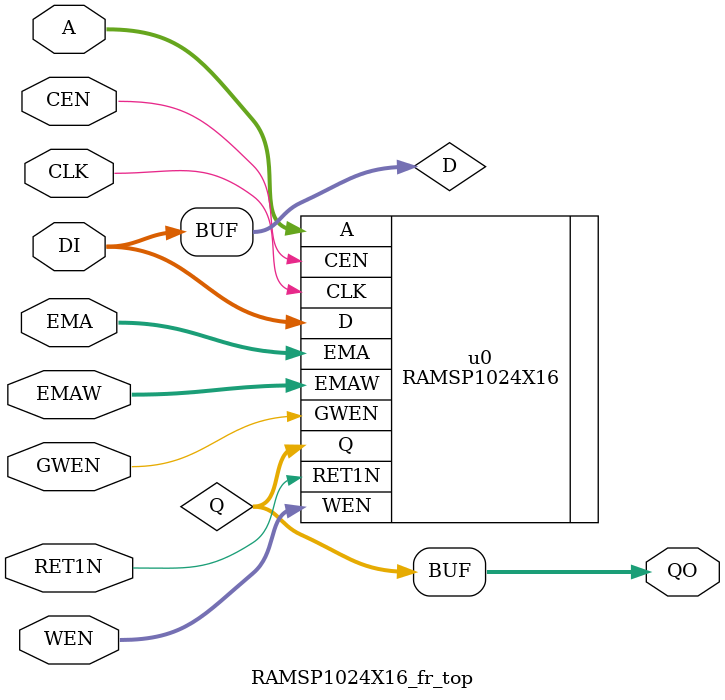
<source format=v>
/* common_memcomp Version: 4.0.5-beta22 */
/* lang compiler Version: 4.1.6-beta1 Jul 19 2012 13:55:19 */
//
//       CONFIDENTIAL AND PROPRIETARY SOFTWARE OF ARM PHYSICAL IP, INC.
//      
//       Copyright (c) 1993 - 2022 ARM Physical IP, Inc.  All Rights Reserved.
//      
//       Use of this Software is subject to the terms and conditions of the
//       applicable license agreement with ARM Physical IP, Inc.
//       In addition, this Software is protected by patents, copyright law 
//       and international treaties.
//      
//       The copyright notice(s) in this Software does not indicate actual or
//       intended publication of this Software.
//
//       Repair Verilog RTL for Synchronous Single-Port Register File
//
//       Instance Name:              RAMSP1024X16_rtl_top
//       Words:                      1024
//       User Bits:                  16
//       Mux:                        4
//       Drive:                      6
//       Write Mask:                 On
//       Extra Margin Adjustment:    On
//       Redundancy:                 off
//       Redundant Rows:             0
//       Redundant Columns:          0
//       Test Muxes                  Off
//       Ser:                        none
//       Retention:                  on
//       Power Gating:               off
//
//       Creation Date:  Wed Sep 14 09:51:17 2022
//       Version:      r1p1
//
//       Verified
//
//       Known Bugs: None.
//
//       Known Work Arounds: N/A
//
`timescale 1ns/1ps

module RAMSP1024X16_rtl_top (
          Q, 
          CLK, 
          CEN, 
          WEN, 
          A, 
          D, 
          EMA, 
          EMAW, 
          GWEN, 
          RET1N
   );

   output [15:0]            Q;
   input                    CLK;
   input                    CEN;
   input [15:0]             WEN;
   input [9:0]              A;
   input [15:0]             D;
   input [2:0]              EMA;
   input [1:0]              EMAW;
   input                    GWEN;
   input                    RET1N;
   wire [15:0]             DI;
   wire [15:0]             QO;

   assign Q = QO;
   assign DI = D;
   RAMSP1024X16_fr_top u0 (
         .QO(QO),
         .CLK(CLK),
         .CEN(CEN),
         .WEN(WEN),
         .A(A),
         .DI(DI),
         .EMA(EMA),
         .EMAW(EMAW),
         .GWEN(GWEN),
         .RET1N(RET1N)
);

endmodule

module RAMSP1024X16_fr_top (
          QO, 
          CLK, 
          CEN, 
          WEN, 
          A, 
          DI, 
          EMA, 
          EMAW, 
          GWEN, 
          RET1N
   );

   output [15:0]            QO;
   input                    CLK;
   input                    CEN;
   input [15:0]             WEN;
   input [9:0]              A;
   input [15:0]             DI;
   input [2:0]              EMA;
   input [1:0]              EMAW;
   input                    GWEN;
   input                    RET1N;

   wire [15:0]    D;
   wire [15:0]    Q;

   assign D=DI;
   assign QO=Q;
   RAMSP1024X16 u0 (
         .Q(Q),
         .CLK(CLK),
         .CEN(CEN),
         .WEN(WEN),
         .A(A),
         .D(D),
         .EMA(EMA),
         .EMAW(EMAW),
         .GWEN(GWEN),
         .RET1N(RET1N)
   );

endmodule // RAMSP1024X16_fr_top


</source>
